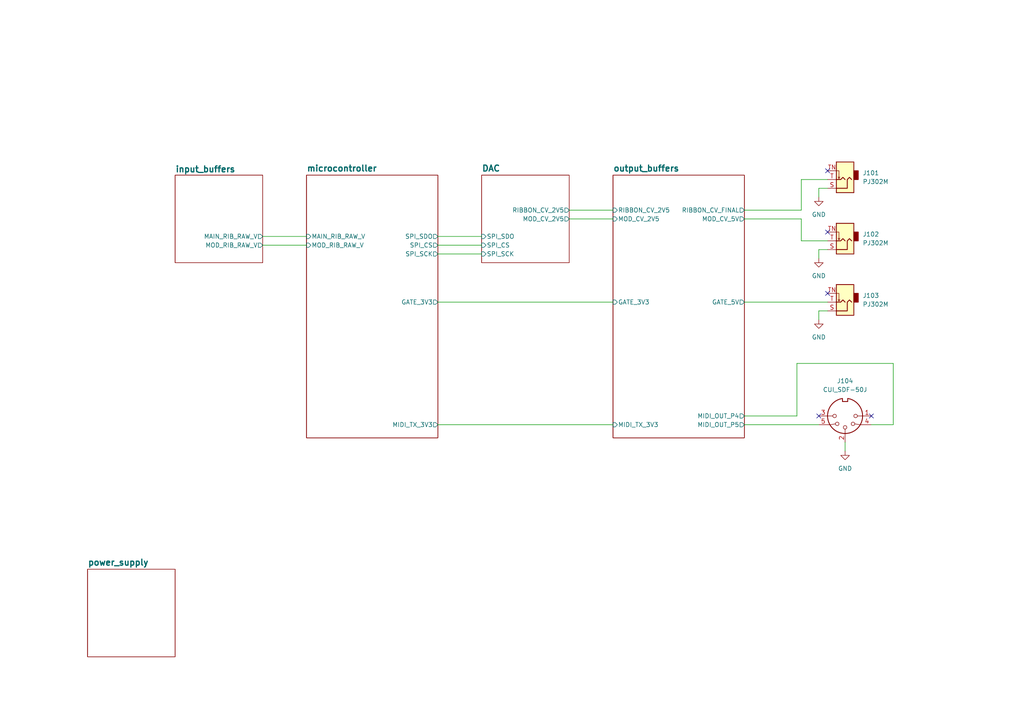
<source format=kicad_sch>
(kicad_sch (version 20230121) (generator eeschema)
  (paper "A4")
  (title_block (title "Ribbon Controller Main Board") (date "2023-03-28") (rev "0") (comment 1 "creativecommons.org/licenses/by/4.0") (comment 2 "license: CC by 4.0") (comment 3 "Author: Jordan Aceto"))
  (lib_symbols
    (symbol "Connector_Audio:AudioJack2_SwitchT"
      (property "Reference" "J" (at 0 8.89 0))
      (property "Value" "AudioJack2_SwitchT" (at 0 6.35 0))
      (symbol "AudioJack2_SwitchT_0_1"
        (rectangle (start -2.54 0) (end -3.81 -2.54) (stroke (width 0.254)) (fill (type outline)))
        (polyline (pts (xy 1.778 -0.254) (xy 2.032 -0.762)))
        (polyline (pts (xy 0 0) (xy 0.635 -0.635) (xy 1.27 0) (xy 2.54 0)) (stroke (width 0.254)))
        (polyline (pts (xy 2.54 -2.54) (xy 1.778 -2.54) (xy 1.778 -0.254) (xy 1.524 -0.762)))
        (polyline (pts (xy 2.54 2.54) (xy -0.635 2.54) (xy -0.635 0) (xy -1.27 -0.635) (xy -1.905 0)) (stroke (width 0.254)))
        (rectangle (start 2.54 3.81) (end -2.54 -5.08) (stroke (width 0.254)) (fill (type background)))
      )
      (symbol "AudioJack2_SwitchT_1_1"
        (pin passive line (at 5.08 2.54 180) (length 2.54) (name "~") (number "S"))
        (pin passive line (at 5.08 0 180) (length 2.54) (name "~") (number "T"))
        (pin passive line (at 5.08 -2.54 180) (length 2.54) (name "~") (number "TN"))
      )
    )
    (symbol "custom_symbols:CUI_SDF-50J" (pin_names (offset 1.016))
      (property "Reference" "J104" (at -0.0001 10.16 0))
      (property "Value" "CUI_SDF-50J" (at -0.0001 7.62 0))
      (symbol "CUI_SDF-50J_0_1"
        (arc (start -5.08 0) (mid -3.8609 -3.3364) (end -0.762 -5.08) (stroke (width 0.254)))
        (circle (center -3.048 0) (radius 0.508))
        (circle (center -2.286 2.286) (radius 0.508))
        (polyline (pts (xy -5.08 0) (xy -3.556 0)))
        (polyline (pts (xy 0 5.08) (xy 0 3.81)))
        (polyline (pts (xy 5.08 0) (xy 3.556 0)))
        (polyline (pts (xy -5.08 2.54) (xy -4.318 2.54) (xy -2.794 2.286)))
        (polyline (pts (xy 5.08 2.54) (xy 4.318 2.54) (xy 2.794 2.286)))
        (polyline (pts (xy -0.762 -4.953) (xy -0.762 -4.191) (xy 0.762 -4.191) (xy 0.762 -4.953)) (stroke (width 0.254)))
        (circle (center 0 3.302) (radius 0.508))
        (arc (start 0.762 -5.08) (mid 3.8685 -3.343) (end 5.08 0) (stroke (width 0.254)))
        (circle (center 2.286 2.286) (radius 0.508))
        (circle (center 3.048 0) (radius 0.508))
        (arc (start 5.08 0) (mid 0 5.0579) (end -5.08 0) (stroke (width 0.254)))
      )
      (symbol "CUI_SDF-50J_1_1"
        (pin passive line (at -7.62 0 0) (length 2.54) (name "~") (number "1"))
        (pin passive line (at 0 7.62 270) (length 2.54) (name "~") (number "2"))
        (pin passive line (at 7.62 0 180) (length 2.54) (name "~") (number "3"))
        (pin passive line (at -7.62 2.54 0) (length 2.54) (name "~") (number "4"))
        (pin passive line (at 7.62 2.54 180) (length 2.54) (name "~") (number "5"))
      )
    )
    (symbol "power:GND" (power) (pin_names (offset 0))
      (property "Value" "GND" (at 0 -3.81 0))
      (symbol "GND_0_1"
        (polyline (pts (xy 0 0) (xy 0 -1.27) (xy 1.27 -1.27) (xy 0 -2.54) (xy -1.27 -1.27) (xy 0 -1.27)))
      )
      (symbol "GND_1_1"
        (pin power_in line (at 0 0 270) (length 0) hide (name "GND") (number "1"))
      )
    )
  )
  (no_connect (at 237.49 120.65))
  (no_connect (at 240.03 67.31))
  (no_connect (at 240.03 49.53))
  (no_connect (at 252.73 120.65))
  (no_connect (at 240.03 85.09))
  (wire (pts (xy 237.49 54.61) (xy 240.03 54.61)))
  (wire (pts (xy 237.49 72.39) (xy 240.03 72.39)))
  (wire (pts (xy 245.11 128.27) (xy 245.11 130.81)))
  (wire (pts (xy 237.49 90.17) (xy 240.03 90.17)))
  (wire (pts (xy 231.14 105.41) (xy 231.14 120.65)))
  (wire (pts (xy 237.49 92.71) (xy 237.49 90.17)))
  (wire (pts (xy 76.2 68.58) (xy 88.9 68.58)))
  (wire (pts (xy 232.41 69.85) (xy 232.41 63.5)))
  (wire (pts (xy 252.73 123.19) (xy 259.08 123.19)))
  (wire (pts (xy 127 73.66) (xy 139.7 73.66)))
  (wire (pts (xy 259.08 123.19) (xy 259.08 105.41)))
  (wire (pts (xy 215.9 87.63) (xy 240.03 87.63)))
  (wire (pts (xy 165.1 60.96) (xy 177.8 60.96)))
  (wire (pts (xy 231.14 120.65) (xy 215.9 120.65)))
  (wire (pts (xy 127 87.63) (xy 177.8 87.63)))
  (wire (pts (xy 127 68.58) (xy 139.7 68.58)))
  (wire (pts (xy 232.41 52.07) (xy 240.03 52.07)))
  (wire (pts (xy 232.41 60.96) (xy 232.41 52.07)))
  (wire (pts (xy 259.08 105.41) (xy 231.14 105.41)))
  (wire (pts (xy 232.41 63.5) (xy 215.9 63.5)))
  (wire (pts (xy 237.49 74.93) (xy 237.49 72.39)))
  (wire (pts (xy 215.9 60.96) (xy 232.41 60.96)))
  (wire (pts (xy 240.03 69.85) (xy 232.41 69.85)))
  (wire (pts (xy 237.49 57.15) (xy 237.49 54.61)))
  (wire (pts (xy 165.1 63.5) (xy 177.8 63.5)))
  (wire (pts (xy 127 123.19) (xy 177.8 123.19)))
  (wire (pts (xy 215.9 123.19) (xy 237.49 123.19)))
  (wire (pts (xy 76.2 71.12) (xy 88.9 71.12)))
  (wire (pts (xy 127 71.12) (xy 139.7 71.12)))
  (symbol (lib_id "Connector_Audio:AudioJack2_SwitchT") (at 245.11 69.85 180) (unit 1)
    (property "Reference" "J102" (at 250.19 67.945 0) (effects (justify right)))
    (property "Value" "PJ302M" (at 250.19 70.485 0) (effects (justify right)))
    (property "Footprint" "custom_footprints:PJ302M" (effects hide))
  )
  (symbol (lib_id "Connector_Audio:AudioJack2_SwitchT") (at 245.11 52.07 180) (unit 1)
    (property "Reference" "J101" (at 250.19 50.165 0) (effects (justify right)))
    (property "Value" "PJ302M" (at 250.19 52.705 0) (effects (justify right)))
    (property "Footprint" "custom_footprints:PJ302M" (effects hide))
  )
  (symbol (lib_id "power:GND") (at 237.49 92.71 0) (unit 1)
    (property "Reference" "#PWR0103" (effects hide))
    (property "Value" "GND" (at 237.49 97.79 0))
  )
  (symbol (lib_id "power:GND") (at 237.49 74.93 0) (unit 1)
    (property "Reference" "#PWR0102" (effects hide))
    (property "Value" "GND" (at 237.49 80.01 0))
  )
  (symbol (lib_id "power:GND") (at 237.49 57.15 0) (unit 1)
    (property "Reference" "#PWR0104" (effects hide))
    (property "Value" "GND" (at 237.49 62.23 0))
  )
  (symbol (lib_id "Connector_Audio:AudioJack2_SwitchT") (at 245.11 87.63 180) (unit 1)
    (property "Reference" "J103" (at 250.19 85.725 0) (effects (justify right)))
    (property "Value" "PJ302M" (at 250.19 88.265 0) (effects (justify right)))
    (property "Footprint" "custom_footprints:PJ302M" (effects hide))
  )
  (symbol (lib_id "power:GND") (at 245.11 130.81 0) (unit 1)
    (property "Reference" "#PWR0101" (effects hide))
    (property "Value" "GND" (at 245.11 135.89 0))
  )
  (symbol (lib_id "custom_symbols:CUI_SDF-50J") (at 245.11 120.65 180) (unit 1)
    (property "Reference" "J104" (at 245.1099 110.49 0))
    (property "Value" "CUI_SDF-50J" (at 245.1099 113.03 0))
    (property "Footprint" "custom_footprints:CUI_SDF-50J" (effects hide))
    (property "Datasheet" "https://www.cuidevices.com/product/resource/sdf-j.pdf" (effects hide))
  )
  (sheet (at 50.8 50.8) (size 25.4 25.4) (stroke (width 0.1524))
    (property "Sheetname" "input_buffers" (at 50.8 50.0884 0) (effects (font (size 1.75 1.75) bold) (justify left bottom)))
    (property "Sheetfile" "input_buffers.kicad_sch" (effects hide))
    (pin "MAIN_RIB_RAW_V" output (at 76.2 68.58 0))
    (pin "MOD_RIB_RAW_V" output (at 76.2 71.12 0))
  )
  (sheet (at 177.8 50.8) (size 38.1 76.2) (stroke (width 0.1524))
    (property "Sheetname" "output_buffers" (at 177.8 49.8484 0) (effects (font (size 1.75 1.75) bold) (justify left bottom)))
    (property "Sheetfile" "output_buffers.kicad_sch" (effects hide))
    (pin "MOD_CV_5V" output (at 215.9 63.5 0))
    (pin "MOD_CV_2V5" input (at 177.8 63.5 180))
    (pin "MIDI_OUT_P5" output (at 215.9 123.19 0))
    (pin "MIDI_OUT_P4" output (at 215.9 120.65 0))
    (pin "MIDI_TX_3V3" input (at 177.8 123.19 180))
    (pin "GATE_5V" output (at 215.9 87.63 0))
    (pin "RIBBON_CV_2V5" input (at 177.8 60.96 180))
    (pin "GATE_3V3" input (at 177.8 87.63 180))
    (pin "RIBBON_CV_FINAL" output (at 215.9 60.96 0))
  )
  (sheet (at 88.9 50.8) (size 38.1 76.2) (stroke (width 0.1524))
    (property "Sheetname" "microcontroller" (at 88.9 49.8484 0) (effects (font (size 1.75 1.75) bold) (justify left bottom)))
    (property "Sheetfile" "microcontroller.kicad_sch" (effects hide))
    (pin "GATE_3V3" output (at 127 87.63 0))
    (pin "SPI_SDO" output (at 127 68.58 0))
    (pin "SPI_SCK" output (at 127 73.66 0))
    (pin "MAIN_RIB_RAW_V" input (at 88.9 68.58 180))
    (pin "MOD_RIB_RAW_V" input (at 88.9 71.12 180))
    (pin "SPI_CS" output (at 127 71.12 0))
    (pin "MIDI_TX_3V3" output (at 127 123.19 0))
  )
  (sheet (at 25.4 165.1) (size 25.4 25.4) (stroke (width 0.1524))
    (property "Sheetname" "power_supply" (at 25.4 164.1484 0) (effects (font (size 1.75 1.75) bold) (justify left bottom)))
    (property "Sheetfile" "power_supply.kicad_sch" (effects hide))
  )
  (sheet (at 139.7 50.8) (size 25.4 25.4) (stroke (width 0.1524))
    (property "Sheetname" "DAC" (at 139.7 49.8484 0) (effects (font (size 1.75 1.75) bold) (justify left bottom)))
    (property "Sheetfile" "DAC.kicad_sch" (effects hide))
    (pin "SPI_SDO" input (at 139.7 68.58 180))
    (pin "SPI_CS" input (at 139.7 71.12 180))
    (pin "SPI_SCK" input (at 139.7 73.66 180))
    (pin "RIBBON_CV_2V5" output (at 165.1 60.96 0))
    (pin "MOD_CV_2V5" output (at 165.1 63.5 0))
  )
)
</source>
